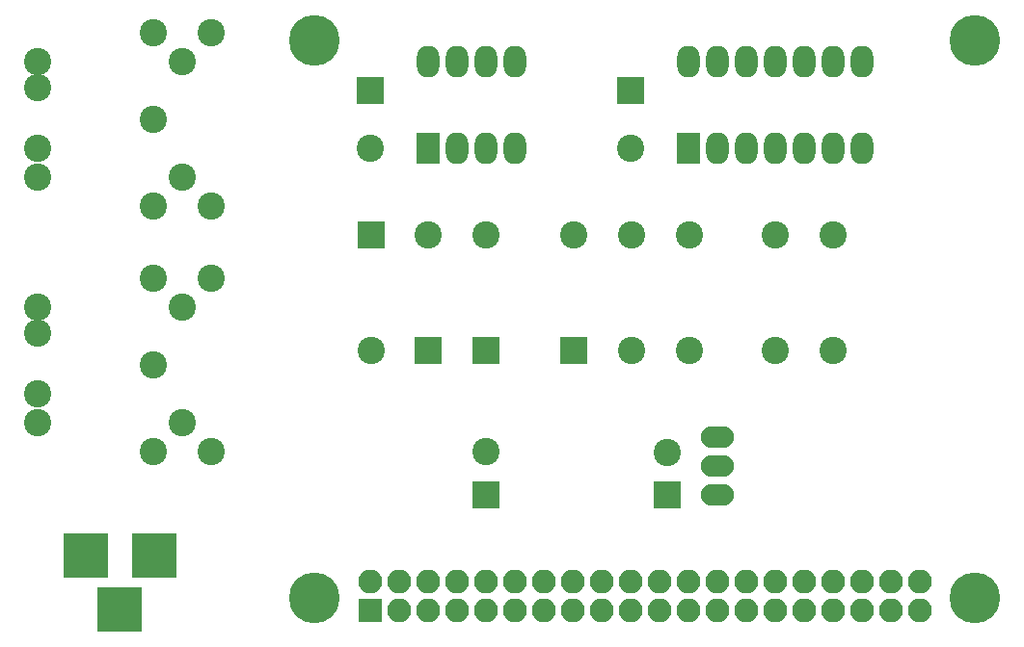
<source format=gbs>
G04 #@! TF.FileFunction,Soldermask,Bot*
%FSLAX46Y46*%
G04 Gerber Fmt 4.6, Leading zero omitted, Abs format (unit mm)*
G04 Created by KiCad (PCBNEW 4.0.2-stable) date woensdag 06 september 2017 16:33:44*
%MOMM*%
G01*
G04 APERTURE LIST*
%ADD10C,0.100000*%
%ADD11C,4.464000*%
%ADD12R,3.900000X3.900000*%
%ADD13C,2.400000*%
%ADD14R,2.100000X2.100000*%
%ADD15O,2.100000X2.100000*%
%ADD16R,2.400000X2.400000*%
%ADD17C,2.398980*%
%ADD18R,2.000000X2.800000*%
%ADD19O,2.000000X2.800000*%
%ADD20O,2.899360X1.901140*%
G04 APERTURE END LIST*
D10*
D11*
X101055000Y-101010000D03*
X159055000Y-101010000D03*
X159055000Y-150010000D03*
X101055000Y-150010000D03*
D12*
X87026000Y-146304000D03*
X81026000Y-146304000D03*
X84026000Y-151004000D03*
D13*
X92075000Y-100330000D03*
X92075000Y-115570000D03*
X86995000Y-100330000D03*
X89535000Y-102870000D03*
X86995000Y-107950000D03*
X89535000Y-113030000D03*
X86995000Y-115570000D03*
X76835000Y-110490000D03*
X76835000Y-105156000D03*
X76835000Y-113030000D03*
X76835000Y-102870000D03*
X92075000Y-121920000D03*
X92075000Y-137160000D03*
X86995000Y-121920000D03*
X89535000Y-124460000D03*
X86995000Y-129540000D03*
X89535000Y-134620000D03*
X86995000Y-137160000D03*
X76835000Y-132080000D03*
X76835000Y-126746000D03*
X76835000Y-134620000D03*
X76835000Y-124460000D03*
D14*
X106045000Y-151130000D03*
D15*
X106045000Y-148590000D03*
X108585000Y-151130000D03*
X108585000Y-148590000D03*
X111125000Y-151130000D03*
X111125000Y-148590000D03*
X113665000Y-151130000D03*
X113665000Y-148590000D03*
X116205000Y-151130000D03*
X116205000Y-148590000D03*
X118745000Y-151130000D03*
X118745000Y-148590000D03*
X121285000Y-151130000D03*
X121285000Y-148590000D03*
X123825000Y-151130000D03*
X123825000Y-148590000D03*
X126365000Y-151130000D03*
X126365000Y-148590000D03*
X128905000Y-151130000D03*
X128905000Y-148590000D03*
X131445000Y-151130000D03*
X131445000Y-148590000D03*
X133985000Y-151130000D03*
X133985000Y-148590000D03*
X136525000Y-151130000D03*
X136525000Y-148590000D03*
X139065000Y-151130000D03*
X139065000Y-148590000D03*
X141605000Y-151130000D03*
X141605000Y-148590000D03*
X144145000Y-151130000D03*
X144145000Y-148590000D03*
X146685000Y-151130000D03*
X146685000Y-148590000D03*
X149225000Y-151130000D03*
X149225000Y-148590000D03*
X151765000Y-151130000D03*
X151765000Y-148590000D03*
X154305000Y-151130000D03*
X154305000Y-148590000D03*
D16*
X106045000Y-105410000D03*
D13*
X106045000Y-110410000D03*
D16*
X128905000Y-105410000D03*
D13*
X128905000Y-110410000D03*
X123832460Y-118109480D03*
D16*
X123832460Y-128269480D03*
D13*
X116205000Y-118110000D03*
D16*
X116205000Y-128270000D03*
D17*
X128915000Y-128270000D03*
X128915000Y-118110000D03*
X133995000Y-128270000D03*
X133995000Y-118110000D03*
X141605000Y-128270000D03*
X141605000Y-118110000D03*
X146685000Y-118110000D03*
X146685000Y-128270000D03*
D18*
X111125000Y-110490000D03*
D19*
X118745000Y-102870000D03*
X113665000Y-110490000D03*
X116205000Y-102870000D03*
X116205000Y-110490000D03*
X113665000Y-102870000D03*
X118745000Y-110490000D03*
X111125000Y-102870000D03*
D18*
X133985000Y-110490000D03*
D19*
X149225000Y-102870000D03*
X136525000Y-110490000D03*
X146685000Y-102870000D03*
X139065000Y-110490000D03*
X144145000Y-102870000D03*
X141605000Y-110490000D03*
X141605000Y-102870000D03*
X144145000Y-110490000D03*
X139065000Y-102870000D03*
X146685000Y-110490000D03*
X136525000Y-102870000D03*
X149225000Y-110490000D03*
X133985000Y-102870000D03*
D20*
X136525000Y-138430000D03*
X136525000Y-135890000D03*
X136525000Y-140970000D03*
D13*
X106047540Y-128270520D03*
D16*
X106047540Y-118110520D03*
D13*
X111122460Y-118109480D03*
D16*
X111122460Y-128269480D03*
X116205000Y-140960000D03*
D13*
X116205000Y-137160000D03*
D16*
X132080000Y-140970000D03*
D13*
X132080000Y-137170000D03*
M02*

</source>
